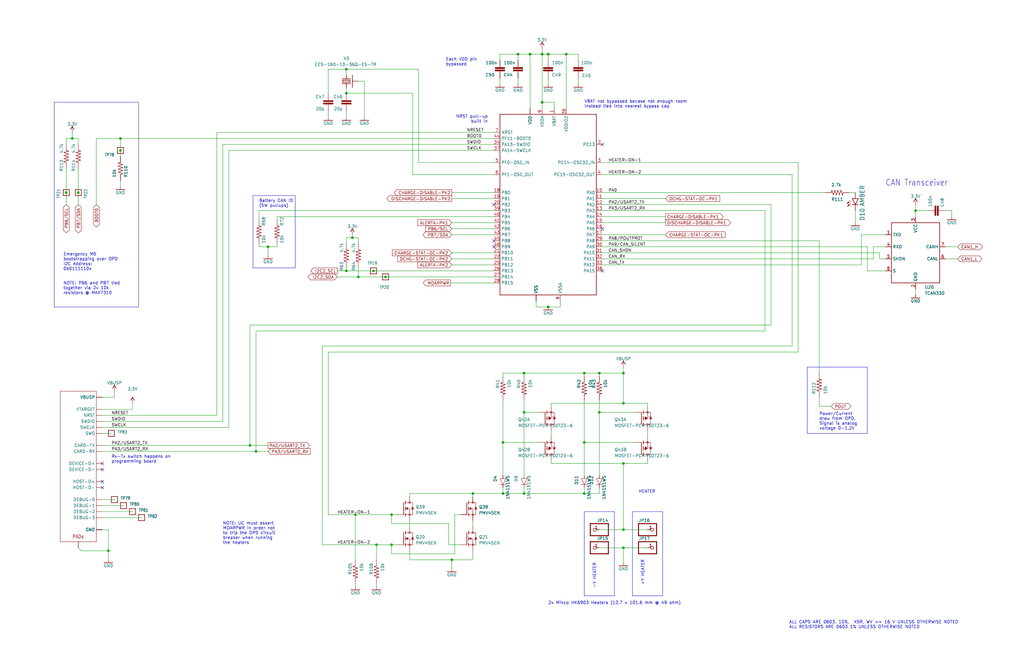
<source format=kicad_sch>
(kicad_sch (version 20230121) (generator eeschema)
  (paper "B")
  (title_block (title "OreSat Battery Card - Microcontroller") (date "2023-12-02") (rev "3.1"))
  (junction (at 220.98 173.99))
  (junction (at 149.86 217.17))
  (junction (at 231.14 129.54))
  (junction (at 246.38 157.48))
  (junction (at 262.89 223.52))
  (junction (at 228.6 22.86))
  (junction (at 190.5 236.22))
  (junction (at 262.89 231.14))
  (junction (at 218.44 22.86))
  (junction (at 107.95 190.5))
  (junction (at 246.38 186.69))
  (junction (at 151.13 116.84))
  (junction (at 45.72 232.41))
  (junction (at 212.09 208.28))
  (junction (at 146.05 114.3))
  (junction (at 146.05 39.37))
  (junction (at 162.56 116.84))
  (junction (at 27.94 81.28))
  (junction (at 386.08 88.9))
  (junction (at 220.98 208.28))
  (junction (at 30.48 58.42))
  (junction (at 158.75 229.87))
  (junction (at 231.14 22.86))
  (junction (at 165.1 217.17))
  (junction (at 146.05 29.21))
  (junction (at 223.52 22.86))
  (junction (at 252.73 157.48))
  (junction (at 238.76 22.86))
  (junction (at 252.73 173.99))
  (junction (at 33.02 81.28))
  (junction (at 262.89 195.58))
  (junction (at 105.41 187.96))
  (junction (at 199.39 208.28))
  (junction (at 228.6 43.18))
  (junction (at 262.89 157.48))
  (junction (at 262.89 170.18))
  (junction (at 50.8 63.5))
  (junction (at 157.48 114.3))
  (junction (at 50.8 58.42))
  (junction (at 148.59 100.33))
  (junction (at 246.38 208.28))
  (junction (at 165.1 229.87))
  (junction (at 212.09 186.69))
  (junction (at 113.03 104.14))
  (junction (at 220.98 157.48))
  (no_connect (at 43.18 195.58))
  (no_connect (at 43.18 203.2))
  (no_connect (at 254 96.52))
  (no_connect (at 43.18 205.74))
  (no_connect (at 208.28 104.14))
  (no_connect (at 208.28 101.6))
  (no_connect (at 208.28 86.36))
  (no_connect (at 254 114.3))
  (no_connect (at 43.18 198.12))
  (no_connect (at 254 60.96))
  (wire (pts (xy 109.22 102.87) (xy 109.22 104.14)) (stroke (width 0.1524)))
  (wire (pts (xy 149.86 217.17) (xy 165.1 217.17)) (stroke (width 0.1524)))
  (wire (pts (xy 199.39 219.71) (xy 199.39 222.25)) (stroke (width 0.1524)))
  (wire (pts (xy 165.1 233.68) (xy 165.1 229.87)) (stroke (width 0.1524)))
  (polyline (pts (xy 340.36 154.94) (xy 340.36 182.88)) (stroke (width 0.1524) (type solid)))
  (wire (pts (xy 228.6 43.18) (xy 228.6 22.86)) (stroke (width 0.1524)))
  (wire (pts (xy 252.73 208.28) (xy 252.73 205.74)) (stroke (width 0.1524)))
  (wire (pts (xy 252.73 157.48) (xy 262.89 157.48)) (stroke (width 0.1524)))
  (wire (pts (xy 322.58 139.7) (xy 107.95 139.7)) (stroke (width 0.1524)))
  (wire (pts (xy 210.82 33.02) (xy 210.82 35.56)) (stroke (width 0.1524)))
  (wire (pts (xy 226.06 129.54) (xy 231.14 129.54)) (stroke (width 0.1524)))
  (wire (pts (xy 365.76 114.3) (xy 373.38 114.3)) (stroke (width 0.1524)))
  (wire (pts (xy 218.44 22.86) (xy 223.52 22.86)) (stroke (width 0.1524)))
  (wire (pts (xy 96.52 63.5) (xy 208.28 63.5)) (stroke (width 0.1524)))
  (polyline (pts (xy 340.36 182.88) (xy 365.76 182.88)) (stroke (width 0.1524) (type solid)))
  (wire (pts (xy 138.43 49.53) (xy 138.43 46.99)) (stroke (width 0.1524)))
  (wire (pts (xy 199.39 209.55) (xy 199.39 208.28)) (stroke (width 0.1524)))
  (wire (pts (xy 153.67 49.53) (xy 153.67 34.29)) (stroke (width 0.1524)))
  (wire (pts (xy 43.18 210.82) (xy 48.26 210.82)) (stroke (width 0.1524)))
  (wire (pts (xy 153.67 34.29) (xy 151.13 34.29)) (stroke (width 0.1524)))
  (wire (pts (xy 176.53 68.58) (xy 176.53 29.21)) (stroke (width 0.1524)))
  (wire (pts (xy 325.12 86.36) (xy 325.12 137.16)) (stroke (width 0.1524)))
  (polyline (pts (xy 365.76 154.94) (xy 340.36 154.94)) (stroke (width 0.1524) (type solid)))
  (wire (pts (xy 254 88.9) (xy 322.58 88.9)) (stroke (width 0.1524)))
  (wire (pts (xy 358.14 81.28) (xy 360.68 81.28)) (stroke (width 0.1524)))
  (wire (pts (xy 220.98 173.99) (xy 220.98 168.91)) (stroke (width 0.1524)))
  (wire (pts (xy 365.76 104.14) (xy 365.76 114.3)) (stroke (width 0.1524)))
  (wire (pts (xy 55.88 172.72) (xy 55.88 170.18)) (stroke (width 0.1524)))
  (wire (pts (xy 262.89 170.18) (xy 273.05 170.18)) (stroke (width 0.1524)))
  (wire (pts (xy 252.73 158.75) (xy 252.73 157.48)) (stroke (width 0.1524)))
  (polyline (pts (xy 124.46 113.03) (xy 106.68 113.03)) (stroke (width 0.1524) (type solid)))
  (wire (pts (xy 27.94 81.28) (xy 27.94 71.12)) (stroke (width 0.1524)))
  (wire (pts (xy 109.22 88.9) (xy 109.22 92.71)) (stroke (width 0.1524)))
  (wire (pts (xy 208.28 96.52) (xy 190.5 96.52)) (stroke (width 0.1524)))
  (wire (pts (xy 116.84 92.71) (xy 116.84 91.44)) (stroke (width 0.1524)))
  (wire (pts (xy 262.89 223.52) (xy 273.05 223.52)) (stroke (width 0.1524)))
  (wire (pts (xy 223.52 22.86) (xy 228.6 22.86)) (stroke (width 0.1524)))
  (wire (pts (xy 386.08 124.46) (xy 386.08 121.92)) (stroke (width 0.1524)))
  (wire (pts (xy 208.28 109.22) (xy 190.5 109.22)) (stroke (width 0.1524)))
  (wire (pts (xy 236.22 129.54) (xy 236.22 127)) (stroke (width 0.1524)))
  (wire (pts (xy 167.64 217.17) (xy 165.1 217.17)) (stroke (width 0.1524)))
  (wire (pts (xy 135.89 146.05) (xy 135.89 229.87)) (stroke (width 0.1524)))
  (wire (pts (xy 158.75 229.87) (xy 158.75 236.22)) (stroke (width 0.1524)))
  (wire (pts (xy 232.41 170.18) (xy 262.89 170.18)) (stroke (width 0.1524)))
  (wire (pts (xy 172.72 236.22) (xy 172.72 232.41)) (stroke (width 0.1524)))
  (wire (pts (xy 360.68 88.9) (xy 360.68 93.98)) (stroke (width 0.1524)))
  (wire (pts (xy 228.6 22.86) (xy 228.6 20.32)) (stroke (width 0.1524)))
  (wire (pts (xy 107.95 139.7) (xy 107.95 190.5)) (stroke (width 0.1524)))
  (wire (pts (xy 151.13 100.33) (xy 151.13 102.87)) (stroke (width 0.1524)))
  (wire (pts (xy 398.78 104.14) (xy 403.86 104.14)) (stroke (width 0.1524)))
  (wire (pts (xy 363.22 99.06) (xy 363.22 111.76)) (stroke (width 0.1524)))
  (wire (pts (xy 146.05 100.33) (xy 148.59 100.33)) (stroke (width 0.1524)))
  (wire (pts (xy 262.89 157.48) (xy 262.89 154.94)) (stroke (width 0.1524)))
  (polyline (pts (xy 246.38 215.9) (xy 246.38 251.46)) (stroke (width 0.1524) (type solid)))
  (wire (pts (xy 370.84 109.22) (xy 370.84 106.68)) (stroke (width 0.1524)))
  (wire (pts (xy 262.89 170.18) (xy 262.89 157.48)) (stroke (width 0.1524)))
  (wire (pts (xy 158.75 247.65) (xy 158.75 246.38)) (stroke (width 0.1524)))
  (polyline (pts (xy 58.42 129.54) (xy 58.42 43.18)) (stroke (width 0.1524) (type solid)))
  (wire (pts (xy 190.5 236.22) (xy 172.72 236.22)) (stroke (width 0.1524)))
  (wire (pts (xy 262.89 231.14) (xy 273.05 231.14)) (stroke (width 0.1524)))
  (wire (pts (xy 336.55 68.58) (xy 336.55 148.59)) (stroke (width 0.1524)))
  (wire (pts (xy 246.38 205.74) (xy 246.38 208.28)) (stroke (width 0.1524)))
  (wire (pts (xy 190.5 237.49) (xy 190.5 240.03)))
  (wire (pts (xy 386.08 91.44) (xy 386.08 88.9)) (stroke (width 0.1524)))
  (wire (pts (xy 220.98 157.48) (xy 246.38 157.48)) (stroke (width 0.1524)))
  (wire (pts (xy 113.03 104.14) (xy 116.84 104.14)) (stroke (width 0.1524)))
  (wire (pts (xy 262.89 195.58) (xy 273.05 195.58)) (stroke (width 0.1524)))
  (polyline (pts (xy 58.42 43.18) (xy 22.86 43.18)) (stroke (width 0.1524) (type solid)))
  (wire (pts (xy 149.86 217.17) (xy 149.86 236.22)) (stroke (width 0.1524)))
  (polyline (pts (xy 259.08 251.46) (xy 259.08 215.9)) (stroke (width 0.1524) (type solid)))
  (wire (pts (xy 246.38 168.91) (xy 246.38 186.69)) (stroke (width 0.1524)))
  (wire (pts (xy 232.41 181.61) (xy 232.41 184.15)) (stroke (width 0.1524)))
  (wire (pts (xy 218.44 35.56) (xy 218.44 33.02)) (stroke (width 0.1524)))
  (wire (pts (xy 173.99 39.37) (xy 173.99 73.66)) (stroke (width 0.1524)))
  (polyline (pts (xy 22.86 43.18) (xy 22.86 129.54)) (stroke (width 0.1524) (type solid)))
  (wire (pts (xy 336.55 148.59) (xy 138.43 148.59)) (stroke (width 0.1524)))
  (polyline (pts (xy 22.86 129.54) (xy 58.42 129.54)) (stroke (width 0.1524) (type solid)))
  (wire (pts (xy 105.41 187.96) (xy 113.03 187.96)) (stroke (width 0.1524)))
  (wire (pts (xy 254 83.82) (xy 280.67 83.82)) (stroke (width 0.1524)))
  (wire (pts (xy 212.09 186.69) (xy 212.09 200.66)) (stroke (width 0.1524)))
  (wire (pts (xy 146.05 114.3) (xy 142.24 114.3)) (stroke (width 0.1524)))
  (wire (pts (xy 138.43 148.59) (xy 138.43 217.17)) (stroke (width 0.1524)))
  (wire (pts (xy 368.3 104.14) (xy 368.3 109.22)) (stroke (width 0.1524)))
  (polyline (pts (xy 266.7 215.9) (xy 266.7 251.46)) (stroke (width 0.1524) (type solid)))
  (wire (pts (xy 208.28 114.3) (xy 157.48 114.3)) (stroke (width 0.1524)))
  (wire (pts (xy 350.52 171.45) (xy 345.44 171.45)) (stroke (width 0.1524)))
  (wire (pts (xy 212.09 186.69) (xy 212.09 168.91)) (stroke (width 0.1524)))
  (wire (pts (xy 273.05 184.15) (xy 273.05 181.61)) (stroke (width 0.1524)))
  (wire (pts (xy 43.18 215.9) (xy 55.88 215.9)) (stroke (width 0.1524)))
  (wire (pts (xy 220.98 208.28) (xy 246.38 208.28)) (stroke (width 0.1524)))
  (wire (pts (xy 231.14 25.4) (xy 231.14 22.86)) (stroke (width 0.1524)))
  (wire (pts (xy 223.52 45.72) (xy 223.52 22.86)) (stroke (width 0.1524)))
  (wire (pts (xy 191.77 217.17) (xy 191.77 233.68)) (stroke (width 0.1524)))
  (wire (pts (xy 386.08 88.9) (xy 386.08 86.36)) (stroke (width 0.1524)))
  (wire (pts (xy 401.32 88.9) (xy 401.32 91.44)) (stroke (width 0.1524)))
  (wire (pts (xy 345.44 157.48) (xy 345.44 101.6)) (stroke (width 0.1524)))
  (wire (pts (xy 33.02 81.28) (xy 33.02 71.12)) (stroke (width 0.1524)))
  (wire (pts (xy 172.72 208.28) (xy 199.39 208.28)) (stroke (width 0.1524)))
  (wire (pts (xy 148.59 99.06) (xy 148.59 100.33)) (stroke (width 0.1524)))
  (wire (pts (xy 50.8 58.42) (xy 40.64 58.42)) (stroke (width 0.1524)))
  (wire (pts (xy 59.69 218.44) (xy 43.18 218.44)) (stroke (width 0.1524)))
  (wire (pts (xy 45.72 223.52) (xy 45.72 232.41)) (stroke (width 0.1524)))
  (wire (pts (xy 194.31 229.87) (xy 189.23 229.87)) (stroke (width 0.1524)))
  (wire (pts (xy 228.6 45.72) (xy 228.6 43.18)) (stroke (width 0.1524)))
  (wire (pts (xy 273.05 170.18) (xy 273.05 171.45)) (stroke (width 0.1524)))
  (wire (pts (xy 262.89 234.95) (xy 262.89 237.49)))
  (wire (pts (xy 246.38 208.28) (xy 252.73 208.28)) (stroke (width 0.1524)))
  (wire (pts (xy 43.18 223.52) (xy 45.72 223.52)) (stroke (width 0.1524)))
  (wire (pts (xy 267.97 173.99) (xy 252.73 173.99)) (stroke (width 0.1524)))
  (wire (pts (xy 325.12 137.16) (xy 105.41 137.16)) (stroke (width 0.1524)))
  (wire (pts (xy 30.48 58.42) (xy 30.48 55.88)) (stroke (width 0.1524)))
  (wire (pts (xy 157.48 114.3) (xy 146.05 114.3)) (stroke (width 0.1524)))
  (wire (pts (xy 146.05 102.87) (xy 146.05 100.33)) (stroke (width 0.1524)))
  (polyline (pts (xy 246.38 251.46) (xy 259.08 251.46)) (stroke (width 0.1524) (type solid)))
  (polyline (pts (xy 259.08 215.9) (xy 246.38 215.9)) (stroke (width 0.1524) (type solid)))
  (wire (pts (xy 33.02 58.42) (xy 33.02 60.96)) (stroke (width 0.1524)))
  (wire (pts (xy 262.89 195.58) (xy 262.89 223.52)) (stroke (width 0.1524)))
  (wire (pts (xy 208.28 88.9) (xy 109.22 88.9)) (stroke (width 0.1524)))
  (wire (pts (xy 370.84 106.68) (xy 254 106.68)) (stroke (width 0.1524)))
  (wire (pts (xy 190.5 237.49) (xy 190.5 236.22)) (stroke (width 0.1524)))
  (wire (pts (xy 254 111.76) (xy 363.22 111.76)) (stroke (width 0.1524)))
  (wire (pts (xy 151.13 116.84) (xy 142.24 116.84)) (stroke (width 0.1524)))
  (wire (pts (xy 173.99 39.37) (xy 146.05 39.37)) (stroke (width 0.1524)))
  (wire (pts (xy 254 73.66) (xy 334.01 73.66)) (stroke (width 0.1524)))
  (wire (pts (xy 27.94 60.96) (xy 27.94 58.42)) (stroke (width 0.1524)))
  (polyline (pts (xy 365.76 182.88) (xy 365.76 154.94)) (stroke (width 0.1524) (type solid)))
  (wire (pts (xy 172.72 209.55) (xy 172.72 208.28)) (stroke (width 0.1524)))
  (wire (pts (xy 27.94 86.36) (xy 27.94 81.28)) (stroke (width 0.1524)))
  (wire (pts (xy 208.28 116.84) (xy 162.56 116.84)) (stroke (width 0.1524)))
  (wire (pts (xy 373.38 109.22) (xy 370.84 109.22)) (stroke (width 0.1524)))
  (wire (pts (xy 243.84 22.86) (xy 243.84 25.4)) (stroke (width 0.1524)))
  (wire (pts (xy 246.38 157.48) (xy 252.73 157.48)) (stroke (width 0.1524)))
  (wire (pts (xy 113.03 104.14) (xy 113.03 107.95)) (stroke (width 0.1524)))
  (wire (pts (xy 165.1 229.87) (xy 167.64 229.87)) (stroke (width 0.1524)))
  (wire (pts (xy 254 99.06) (xy 280.67 99.06)) (stroke (width 0.1524)))
  (wire (pts (xy 212.09 157.48) (xy 212.09 158.75)) (stroke (width 0.1524)))
  (wire (pts (xy 151.13 113.03) (xy 151.13 116.84)) (stroke (width 0.1524)))
  (wire (pts (xy 43.18 167.64) (xy 48.26 167.64)) (stroke (width 0.1524)))
  (wire (pts (xy 116.84 91.44) (xy 208.28 91.44)) (stroke (width 0.1524)))
  (wire (pts (xy 91.44 55.88) (xy 91.44 175.26)) (stroke (width 0.1524)))
  (wire (pts (xy 138.43 217.17) (xy 149.86 217.17)) (stroke (width 0.1524)))
  (wire (pts (xy 220.98 158.75) (xy 220.98 157.48)) (stroke (width 0.1524)))
  (wire (pts (xy 254 93.98) (xy 280.67 93.98)) (stroke (width 0.1524)))
  (wire (pts (xy 165.1 229.87) (xy 158.75 229.87)) (stroke (width 0.1524)))
  (wire (pts (xy 148.59 100.33) (xy 151.13 100.33)) (stroke (width 0.1524)))
  (wire (pts (xy 232.41 171.45) (xy 232.41 170.18)) (stroke (width 0.1524)))
  (wire (pts (xy 138.43 29.21) (xy 146.05 29.21)) (stroke (width 0.1524)))
  (wire (pts (xy 50.8 76.2) (xy 50.8 78.74)) (stroke (width 0.1524)))
  (wire (pts (xy 45.72 232.41) (xy 45.72 233.68)) (stroke (width 0.1524)))
  (wire (pts (xy 273.05 195.58) (xy 273.05 194.31)) (stroke (width 0.1524)))
  (wire (pts (xy 254 86.36) (xy 325.12 86.36)) (stroke (width 0.1524)))
  (wire (pts (xy 212.09 205.74) (xy 212.09 208.28)) (stroke (width 0.1524)))
  (wire (pts (xy 218.44 25.4) (xy 218.44 22.86)) (stroke (width 0.1524)))
  (wire (pts (xy 43.18 175.26) (xy 91.44 175.26)) (stroke (width 0.1524)))
  (wire (pts (xy 233.68 43.18) (xy 228.6 43.18)) (stroke (width 0.1524)))
  (wire (pts (xy 220.98 205.74) (xy 220.98 208.28)) (stroke (width 0.1524)))
  (wire (pts (xy 373.38 104.14) (xy 368.3 104.14)) (stroke (width 0.1524)))
  (wire (pts (xy 107.95 190.5) (xy 43.18 190.5)) (stroke (width 0.1524)))
  (wire (pts (xy 93.98 177.8) (xy 93.98 60.96)) (stroke (width 0.1524)))
  (wire (pts (xy 172.72 219.71) (xy 172.72 222.25)) (stroke (width 0.1524)))
  (wire (pts (xy 27.94 58.42) (xy 30.48 58.42)) (stroke (width 0.1524)))
  (wire (pts (xy 262.89 234.95) (xy 262.89 231.14)) (stroke (width 0.1524)))
  (wire (pts (xy 208.28 68.58) (xy 176.53 68.58)) (stroke (width 0.1524)))
  (wire (pts (xy 146.05 39.37) (xy 146.05 36.83)) (stroke (width 0.1524)))
  (wire (pts (xy 146.05 49.53) (xy 146.05 46.99)) (stroke (width 0.1524)))
  (wire (pts (xy 46.99 182.88) (xy 43.18 182.88)) (stroke (width 0.1524)))
  (wire (pts (xy 208.28 99.06) (xy 190.5 99.06)) (stroke (width 0.1524)))
  (wire (pts (xy 107.95 190.5) (xy 113.03 190.5)) (stroke (width 0.1524)))
  (wire (pts (xy 227.33 173.99) (xy 220.98 173.99)) (stroke (width 0.1524)))
  (wire (pts (xy 93.98 60.96) (xy 208.28 60.96)) (stroke (width 0.1524)))
  (wire (pts (xy 210.82 25.4) (xy 210.82 22.86)) (stroke (width 0.1524)))
  (wire (pts (xy 199.39 232.41) (xy 199.39 236.22)) (stroke (width 0.1524)))
  (wire (pts (xy 48.26 167.64) (xy 48.26 165.1)) (stroke (width 0.1524)))
  (wire (pts (xy 30.48 58.42) (xy 33.02 58.42)) (stroke (width 0.1524)))
  (wire (pts (xy 398.78 109.22) (xy 403.86 109.22)) (stroke (width 0.1524)))
  (wire (pts (xy 208.28 58.42) (xy 50.8 58.42)) (stroke (width 0.1524)))
  (wire (pts (xy 254 81.28) (xy 347.98 81.28)) (stroke (width 0.1524)))
  (wire (pts (xy 199.39 236.22) (xy 190.5 236.22)) (stroke (width 0.1524)))
  (wire (pts (xy 93.98 177.8) (xy 43.18 177.8)) (stroke (width 0.1524)))
  (wire (pts (xy 246.38 158.75) (xy 246.38 157.48)) (stroke (width 0.1524)))
  (wire (pts (xy 40.64 58.42) (xy 40.64 86.36)) (stroke (width 0.1524)))
  (wire (pts (xy 135.89 229.87) (xy 158.75 229.87)) (stroke (width 0.1524)))
  (wire (pts (xy 165.1 233.68) (xy 191.77 233.68)) (stroke (width 0.1524)))
  (wire (pts (xy 368.3 109.22) (xy 254 109.22)) (stroke (width 0.1524)))
  (wire (pts (xy 208.28 111.76) (xy 190.5 111.76)) (stroke (width 0.1524)))
  (polyline (pts (xy 106.68 113.03) (xy 106.68 82.55)) (stroke (width 0.1524) (type solid)))
  (wire (pts (xy 252.73 173.99) (xy 252.73 168.91)) (stroke (width 0.1524)))
  (polyline (pts (xy 266.7 251.46) (xy 279.4 251.46)) (stroke (width 0.1524) (type solid)))
  (polyline (pts (xy 106.68 82.55) (xy 124.46 82.55)) (stroke (width 0.1524) (type solid)))
  (polyline (pts (xy 279.4 215.9) (xy 266.7 215.9)) (stroke (width 0.1524) (type solid)))
  (wire (pts (xy 96.52 180.34) (xy 43.18 180.34)) (stroke (width 0.1524)))
  (wire (pts (xy 226.06 129.54) (xy 226.06 127)) (stroke (width 0.1524)))
  (wire (pts (xy 345.44 101.6) (xy 254 101.6)) (stroke (width 0.1524)))
  (wire (pts (xy 227.33 186.69) (xy 212.09 186.69)) (stroke (width 0.1524)))
  (wire (pts (xy 231.14 22.86) (xy 228.6 22.86)) (stroke (width 0.1524)))
  (wire (pts (xy 334.01 73.66) (xy 334.01 146.05)) (stroke (width 0.1524)))
  (wire (pts (xy 96.52 180.34) (xy 96.52 63.5)) (stroke (width 0.1524)))
  (wire (pts (xy 208.28 106.68) (xy 190.5 106.68)) (stroke (width 0.1524)))
  (wire (pts (xy 212.09 208.28) (xy 220.98 208.28)) (stroke (width 0.1524)))
  (wire (pts (xy 254 91.44) (xy 280.67 91.44)) (stroke (width 0.1524)))
  (wire (pts (xy 238.76 22.86) (xy 231.14 22.86)) (stroke (width 0.1524)))
  (wire (pts (xy 398.78 88.9) (xy 401.32 88.9)) (stroke (width 0.1524)))
  (wire (pts (xy 105.41 137.16) (xy 105.41 187.96)) (stroke (width 0.1524)))
  (wire (pts (xy 208.28 93.98) (xy 190.5 93.98)) (stroke (width 0.1524)))
  (wire (pts (xy 252.73 231.14) (xy 262.89 231.14)) (stroke (width 0.1524)))
  (wire (pts (xy 34.29 232.41) (xy 45.72 232.41)) (stroke (width 0.1524)))
  (wire (pts (xy 116.84 104.14) (xy 116.84 102.87)) (stroke (width 0.1524)))
  (wire (pts (xy 233.68 45.72) (xy 233.68 43.18)) (stroke (width 0.1524)))
  (wire (pts (xy 176.53 29.21) (xy 146.05 29.21)) (stroke (width 0.1524)))
  (wire (pts (xy 210.82 22.86) (xy 218.44 22.86)) (stroke (width 0.1524)))
  (wire (pts (xy 91.44 55.88) (xy 208.28 55.88)) (stroke (width 0.1524)))
  (wire (pts (xy 162.56 116.84) (xy 151.13 116.84)) (stroke (width 0.1524)))
  (wire (pts (xy 373.38 99.06) (xy 363.22 99.06)) (stroke (width 0.1524)))
  (wire (pts (xy 52.07 213.36) (xy 43.18 213.36)) (stroke (width 0.1524)))
  (wire (pts (xy 208.28 83.82) (xy 190.5 83.82)) (stroke (width 0.1524)))
  (wire (pts (xy 334.01 146.05) (xy 135.89 146.05)) (stroke (width 0.1524)))
  (wire (pts (xy 220.98 157.48) (xy 212.09 157.48)) (stroke (width 0.1524)))
  (wire (pts (xy 231.14 33.02) (xy 231.14 35.56)) (stroke (width 0.1524)))
  (polyline (pts (xy 279.4 251.46) (xy 279.4 215.9)) (stroke (width 0.1524) (type solid)))
  (wire (pts (xy 33.02 86.36) (xy 33.02 81.28)) (stroke (width 0.1524)))
  (wire (pts (xy 109.22 104.14) (xy 113.03 104.14)) (stroke (width 0.1524)))
  (wire (pts (xy 232.41 195.58) (xy 262.89 195.58)) (stroke (width 0.1524)))
  (wire (pts (xy 45.72 233.68) (xy 45.72 236.22)))
  (wire (pts (xy 208.28 81.28) (xy 190.5 81.28)) (stroke (width 0.1524)))
  (wire (pts (xy 146.05 113.03) (xy 146.05 114.3)) (stroke (width 0.1524)))
  (wire (pts (xy 386.08 88.9) (xy 391.16 88.9)) (stroke (width 0.1524)))
  (wire (pts (xy 43.18 172.72) (xy 55.88 172.72)) (stroke (width 0.1524)))
  (wire (pts (xy 252.73 173.99) (xy 252.73 200.66)) (stroke (width 0.1524)))
  (wire (pts (xy 33.02 231.14) (xy 34.29 232.41)) (stroke (width 0.1524)))
  (wire (pts (xy 254 68.58) (xy 336.55 68.58)) (stroke (width 0.1524)))
  (wire (pts (xy 220.98 173.99) (xy 220.98 200.66)) (stroke (width 0.1524)))
  (wire (pts (xy 254 104.14) (xy 365.76 104.14)) (stroke (width 0.1524)))
  (wire (pts (xy 246.38 186.69) (xy 267.97 186.69)) (stroke (width 0.1524)))
  (wire (pts (xy 232.41 194.31) (xy 232.41 195.58)) (stroke (width 0.1524)))
  (wire (pts (xy 322.58 88.9) (xy 322.58 139.7)) (stroke (width 0.1524)))
  (wire (pts (xy 149.86 247.65) (xy 149.86 246.38)) (stroke (width 0.1524)))
  (wire (pts (xy 208.28 73.66) (xy 173.99 73.66)) (stroke (width 0.1524)))
  (wire (pts (xy 345.44 171.45) (xy 345.44 167.64)) (stroke (width 0.1524)))
  (wire (pts (xy 105.41 187.96) (xy 43.18 187.96)) (stroke (width 0.1524)))
  (wire (pts (xy 238.76 22.86) (xy 243.84 22.86)) (stroke (width 0.1524)))
  (wire (pts (xy 199.39 208.28) (xy 212.09 208.28)) (stroke (width 0.1524)))
  (wire (pts (xy 246.38 200.66) (xy 246.38 186.69)) (stroke (width 0.1524)))
  (wire (pts (xy 194.31 217.17) (xy 191.77 217.17)) (stroke (width 0.1524)))
  (wire (pts (xy 50.8 63.5) (xy 50.8 58.42)) (stroke (width 0.1524)))
  (wire (pts (xy 243.84 35.56) (xy 243.84 33.02)) (stroke (width 0.1524)))
  (wire (pts (xy 252.73 223.52) (xy 262.89 223.52)) (stroke (width 0.1524)))
  (wire (pts (xy 50.8 66.04) (xy 50.8 63.5)) (stroke (width 0.1524)))
  (wire (pts (xy 165.1 220.98) (xy 165.1 217.17)) (stroke (width 0.1524)))
  (wire (pts (xy 138.43 39.37) (xy 138.43 29.21)) (stroke (width 0.1524)))
  (wire (pts (xy 238.76 22.86) (xy 238.76 45.72)) (stroke (width 0.1524)))
  (polyline (pts (xy 124.46 82.55) (xy 124.46 113.03)) (stroke (width 0.1524) (type solid)))
  (wire (pts (xy 231.14 129.54) (xy 236.22 129.54)) (stroke (width 0.1524)))
  (wire (pts (xy 189.992 119.38) (xy 208.28 119.38)) (stroke (width 0.1524)))
  (wire (pts (xy 189.23 229.87) (xy 189.23 220.98)) (stroke (width 0.1524)))
  (wire (pts (xy 165.1 220.98) (xy 189.23 220.98)) (stroke (width 0.1524)))
  (wire (pts (xy 146.05 29.21) (xy 146.05 31.75)) (stroke (width 0.1524)))
  (text "Emergency M0\nbootstrapping over OPD\nI2C Address:\n0b0111110x" (at 26.67 114.3 0) (effects (font (size 1.27 1.27)) (justify left bottom)))
  (text "ALL CAPS ARE 0603, 10%,  X5R, WV >= 16 V UNLESS OTHERWISE NOTED\nALL RESISTORS ARE 0603 1% UNLESS OTHERWISE NOTED" (at 332.74 265.43 0) (effects (font (size 1.27 1.27)) (justify left bottom)))
  (text "Battery CAN ID\n(SW pullups~{})" (at 109.22 87.63 0) (effects (font (size 1.27 1.27)) (justify left bottom)))
  (text "2x Minco HK6903 Heaters (12.7 x 101.6 mm @ 49 ohm)" (at 231.14 255.27 0) (effects (font (size 1.27 1.27)) (justify left bottom)))
  (text "HEATER" (at 269.24 208.28 0) (effects (font (size 1.27 1.27)) (justify left bottom)))
  (text "NRST pull-up\nbuilt in" (at 205.74 52.07 0) (effects (font (size 1.27 1.27)) (justify right bottom)))
  (text "Each VDD pin\nbypassed" (at 187.96 27.94 0) (effects (font (size 1.27 1.27)) (justify left bottom)))
  (text "Rx-Tx switch happens on\nprogramming board" (at 46.99 195.58 0) (effects (font (size 1.27 1.27)) (justify left bottom)))
  (text "VBAT not bypassed becase not enough room\ninstead tied into nearest bypass cap" (at 246.38 45.72 0) (effects (font (size 1.27 1.27)) (justify left bottom)))
  (text "NOTE: PB6 and PB7 tied\ntogether via 2x 10k\nresistors @ MAX7310~{}" (at 26.67 124.46 0) (effects (font (size 1.27 1.27)) (justify left bottom)))
  (text "Power/Current\ndraw from OPD.\nSignal is analog\nvoltage 0-1.2V" (at 345.44 181.61 0) (effects (font (size 1.27 1.27)) (justify left bottom)))
  (text "+Y HEATER" (at 271.78 236.22 90) (effects (font (size 1.27 1.27)) (justify right bottom)))
  (text "NOTE: UC must assert\nMOARPWR in order not\nto trip the OPD circuit\nbreaker when running\nthe heaters~{}" (at 93.98 229.87 0) (effects (font (size 1.27 1.27)) (justify left bottom)))
  (text "-Y HEATER" (at 251.46 237.49 90) (effects (font (size 1.27 1.27)) (justify right bottom)))
  (text "CAN Transceiver" (at 373.38 78.74 0) (effects (font (size 2.54 2.159)) (justify left bottom)))
  (label "PA3/USART2_RX" (at 46.99 190.5 0))
  (label "HEATER-ON-1" (at 256.54 68.58 0) (effects (font (size 1.2446 1.2446))))
  (label "SWCLK" (at 196.85 63.5 0) (effects (font (size 1.2446 1.2446))))
  (label "BOOT0" (at 196.85 58.42 0))
  (label "PA8/POUTPROT" (at 256.54 101.6 0) (effects (font (size 1.2446 1.2446))))
  (label "HEATER-ON-2" (at 142.24 229.87 0) (effects (font (size 1.2446 1.2446))))
  (label "CAN_TX" (at 256.54 111.76 0) (effects (font (size 1.2446 1.2446))))
  (label "NRESET" (at 46.99 175.26 0) (effects (font (size 1.2446 1.2446))))
  (label "SWDIO" (at 196.85 60.96 0) (effects (font (size 1.2446 1.2446))))
  (label "HEATER-ON-1" (at 142.24 217.17 0) (effects (font (size 1.2446 1.2446))))
  (label "CAN_RX" (at 256.54 109.22 0) (effects (font (size 1.2446 1.2446))))
  (label "CAN_SHDN" (at 256.54 106.68 0) (effects (font (size 1.2446 1.2446))))
  (label "NRESET" (at 196.85 55.88 0) (effects (font (size 1.2446 1.2446))))
  (label "HEATER-ON-2" (at 256.54 73.66 0) (effects (font (size 1.2446 1.2446))))
  (label "PA2/USART2_TX" (at 256.54 86.36 0))
  (label "PA0" (at 256.54 81.28 0) (effects (font (size 1.2446 1.2446))))
  (label "SWDIO" (at 46.99 177.8 0) (effects (font (size 1.2446 1.2446))))
  (label "SWCLK" (at 46.99 180.34 0) (effects (font (size 1.2446 1.2446))))
  (label "PA3/USART2_RX" (at 256.54 88.9 0))
  (label "PA9/CAN_SILENT" (at 256.54 104.14 0) (effects (font (size 1.2446 1.2446))))
  (label "PA2/USART2_TX" (at 46.99 187.96 0))
  (global_label "PB7{slash}SDA" (shape bidirectional) (at 190.5 99.06 180) (property "Intersheetrefs" "${INTERSHEET_REFS}" (at 177.7554 99.06 0) (effects (justify right))))
  (global_label "DISCHARGE-DISABLE-PK2" (shape output) (at 190.5 83.82 180) (property "Intersheetrefs" "${INTERSHEET_REFS}" (at 162.5381 83.82 0) (effects (justify right))))
  (global_label "CHARGE-STAT-OC-PK2" (shape input) (at 190.5 106.68 180) (property "Intersheetrefs" "${INTERSHEET_REFS}" (at 161.0262 106.68 0) (effects (justify right))))
  (global_label "DISCHARGE-DISABLE-PK1" (shape output) (at 280.67 93.98 0) (property "Intersheetrefs" "${INTERSHEET_REFS}" (at 308.6319 93.98 0) (effects (justify left))))
  (global_label "DCHG-STAT-OC-PK1" (shape input) (at 280.67 83.82 0) (property "Intersheetrefs" "${INTERSHEET_REFS}" (at 304.0962 83.82 0) (effects (justify left))))
  (global_label "BOOT0" (shape bidirectional) (at 40.64 86.36 270) (effects (font (size 1.2446 1.2446))) (property "Intersheetrefs" "${INTERSHEET_REFS}" (at 40.64 96.3602 90) (effects (justify right))))
  (global_label "CHARGE-DISABLE-PK1" (shape output) (at 280.67 91.44 0) (property "Intersheetrefs" "${INTERSHEET_REFS}" (at 305.5476 91.44 0) (effects (justify left))))
  (global_label "CHARGE-DISABLE-PK2" (shape output) (at 190.5 81.28 180) (property "Intersheetrefs" "${INTERSHEET_REFS}" (at 165.6224 81.28 0) (effects (justify right))))
  (global_label "ALERTA-PK2" (shape input) (at 190.5 111.76 180) (property "Intersheetrefs" "${INTERSHEET_REFS}" (at 175.601 111.76 0) (effects (justify right))))
  (global_label "PA3{slash}USART2_RX" (shape input) (at 113.03 190.5 0) (property "Intersheetrefs" "${INTERSHEET_REFS}" (at 131.4366 190.5 0) (effects (justify left))))
  (global_label "CHARGE-STAT-OC-PK1" (shape input) (at 280.67 99.06 0) (property "Intersheetrefs" "${INTERSHEET_REFS}" (at 306.3338 99.06 0) (effects (justify left))))
  (global_label "ALERTA-PK1" (shape input) (at 190.5 93.98 180) (property "Intersheetrefs" "${INTERSHEET_REFS}" (at 175.601 93.98 0) (effects (justify right))))
  (global_label "DCHG-STAT-OC-PK2" (shape input) (at 190.5 109.22 180) (property "Intersheetrefs" "${INTERSHEET_REFS}" (at 163.2638 109.22 0) (effects (justify right))))
  (global_label "PB6/SCL" (shape bidirectional) (at 27.94 86.36 270) (effects (font (size 1.2446 1.2446))) (property "Intersheetrefs" "${INTERSHEET_REFS}" (at 27.94 98.79 90) (effects (justify right))))
  (global_label "PA2{slash}USART2_TX" (shape output) (at 113.03 187.96 0) (property "Intersheetrefs" "${INTERSHEET_REFS}" (at 131.1342 187.96 0) (effects (justify left))))
  (global_label "CAN1_H" (shape bidirectional) (at 403.86 104.14 0) (effects (font (size 1.2446 1.2446))) (property "Intersheetrefs" "${INTERSHEET_REFS}" (at 414.927 104.14 0) (effects (justify left))))
  (global_label "PB7/SDA" (shape bidirectional) (at 33.02 86.36 270) (effects (font (size 1.2446 1.2446))) (property "Intersheetrefs" "${INTERSHEET_REFS}" (at 33.02 98.8493 90) (effects (justify right))))
  (global_label "CAN1_L" (shape bidirectional) (at 403.86 109.22 0) (effects (font (size 1.2446 1.2446))) (property "Intersheetrefs" "${INTERSHEET_REFS}" (at 414.6306 109.22 0) (effects (justify left))))
  (global_label "MOARPWR" (shape output) (at 189.992 119.38 180) (property "Intersheetrefs" "${INTERSHEET_REFS}" (at 177.8749 119.38 0) (effects (justify right))))
  (global_label "PB6{slash}SCL" (shape input) (at 190.5 96.52 180) (property "Intersheetrefs" "${INTERSHEET_REFS}" (at 178.9272 96.52 0) (effects (justify right))))
  (global_label "I2C2_SDA" (shape bidirectional) (at 142.24 116.84 180) (property "Intersheetrefs" "${INTERSHEET_REFS}" (at 129.314 116.84 0) (effects (justify right))))
  (global_label "I2C2_SCL" (shape output) (at 142.24 114.3 180) (property "Intersheetrefs" "${INTERSHEET_REFS}" (at 130.4858 114.3 0) (effects (justify right))))
  (global_label "POUT" (shape bidirectional) (at 350.52 171.45 0) (effects (font (size 1.2446 1.2446))) (property "Intersheetrefs" "${INTERSHEET_REFS}" (at 359.3349 171.45 0) (effects (justify left))))
  (symbol (lib_id "oresat-batteries-eagle-import:N-MOSFET-SOT-23-3") (at 196.85 227.33 0) (unit 1)
    (property "Reference" "Q21" (at 201.93 227.33 0) (effects (justify left bottom)))
    (property "Value" "PMV45EN" (at 201.93 229.87 0) (effects (justify left bottom)))
    (property "Footprint" "oresat-batteries:SOT23-3" (effects hide))
  )
  (symbol (lib_id "oresat-batteries-eagle-import:C-EU0603-C-NOSILK") (at 231.14 30.48 0) (mirror x) (unit 1)
    (property "Reference" "C49" (at 232.664 30.861 0) (effects (justify left bottom)))
    (property "Value" "100n" (at 232.664 25.781 0) (effects (justify left bottom)))
    (property "Footprint" "oresat-batteries:.0603-C-NOSILK" (effects hide))
    (property "DIS" "Digi-Key" (effects hide))
    (property "DPN" "399-1099-1-ND" (effects hide))
    (property "MFR" "Samsung" (effects hide))
    (property "MPN" "C0603C104M4RACTU" (effects hide))
  )
  (symbol (lib_id "oresat-batteries-eagle-import:R-US_0603-C-NOSILK") (at 353.06 81.28 180) (unit 1)
    (property "Reference" "R111" (at 350.52 84.8614 0) (effects (justify right top)))
    (property "Value" "2.7k" (at 350.52 78.74 0) (effects (justify right top)))
    (property "Footprint" "oresat-batteries:.0603-C-NOSILK" (effects hide))
    (property "DIS" "Digi-Key" (effects hide))
    (property "DPN" "A129693CT-ND" (effects hide))
    (property "MFR" "TE" (effects hide))
    (property "MPN" "CRGCQ0603F2K7" (effects hide))
  )
  (symbol (lib_id "oresat-diodes:1N4151WS-HE3") (at 252.73 203.2 90) (mirror x) (unit 1)
    (property "Reference" "D12" (at 250.19 200.66 0) (effects (justify left bottom)))
    (property "Value" "1N4151WS" (at 254 210.82 0) (effects (justify right top)))
    (property "Footprint" "Diode_SMD:D_SOD-323" (effects hide))
    (property "Datasheet" "https://www.vishay.com/docs/85847/1n4151ws.pdf" (effects hide))
  )
  (symbol (lib_id "oresat-batteries-eagle-import:Q-MOSFET-PCH-dual-SOT23-6_MOSFET-PCH-SOT23-6") (at 229.87 189.23 0) (unit 2)
    (property "Reference" "Q42" (at 218.44 190.5 0) (effects (justify left bottom)))
    (property "Value" "MOSFET-PCH-SOT23-6" (at 218.44 193.04 0) (effects (justify left bottom)))
    (property "Footprint" "oresat-batteries:SOT23-6" (effects hide))
  )
  (symbol (lib_id "oresat-batteries-eagle-import:3.3V") (at 228.6 20.32 0) (mirror y) (unit 1)
    (property "Reference" "#SUPPLY011" (effects hide))
    (property "Value" "3.3V" (at 228.6 17.526 0) (effects (justify bottom)))
  )
  (symbol (lib_id "oresat-batteries-eagle-import:ORESAT-DEBUG-CONNECTOR-ALL") (at 33.02 195.58 0) (unit 1)
    (property "Reference" "J4" (effects hide))
    (property "Value" "ORESAT-DEBUG-CONNECTOR-ALL" (effects hide))
    (property "Footprint" "oresat-batteries:TE_2-1734592-0" (effects hide))
    (property "DIS" "Digi-Key" (effects hide))
    (property "DPN" "A100287CT-ND" (effects hide))
    (property "MFR" "TE" (effects hide))
    (property "MPN" "2-1734592-0" (effects hide))
  )
  (symbol (lib_id "oresat-batteries-eagle-import:N-MOSFET-SOT-23-3") (at 170.18 227.33 0) (unit 1)
    (property "Reference" "Q20" (at 175.26 227.33 0) (effects (justify left bottom)))
    (property "Value" "PMV45EN" (at 175.26 229.87 0) (effects (justify left bottom)))
    (property "Footprint" "oresat-batteries:SOT23-3" (effects hide))
  )
  (symbol (lib_id "oresat-batteries-eagle-import:TEST-POINT-LARGE-SQUARE") (at 52.07 213.36 0) (mirror x) (unit 1)
    (property "Reference" "TP80" (at 54.61 212.09 0) (effects (font (size 1.27 1.0795)) (justify left bottom)))
    (property "Value" "TEST-POINT-LARGE-SQUARE" (effects hide))
    (property "Footprint" "oresat-batteries:1X01" (effects hide))
  )
  (symbol (lib_id "oresat-power:GND") (at 401.32 91.44 0) (mirror y) (unit 1)
    (property "Reference" "#GND092" (effects hide))
    (property "Value" "GND" (at 401.32 93.98 0))
  )
  (symbol (lib_id "oresat-batteries-eagle-import:R-US_0603-C-NOSILK") (at 50.8 71.12 270) (mirror x) (unit 1)
    (property "Reference" "R110" (at 52.2986 74.93 0) (effects (justify left bottom)))
    (property "Value" "10k" (at 47.498 74.93 0) (effects (justify left bottom)))
    (property "Footprint" "oresat-batteries:.0603-C-NOSILK" (effects hide))
    (property "DIS" "Digi-Key" (effects hide))
    (property "DPN" "311-10.0KHRCT-ND" (effects hide))
    (property "MFR" "Yageo" (effects hide))
    (property "MPN" "RC0603FR-0710KL" (effects hide))
  )
  (symbol (lib_id "oresat-batteries-eagle-import:N-MOSFET-SOT-23-3") (at 196.85 214.63 0) (unit 1)
    (property "Reference" "Q38" (at 201.93 214.63 0) (effects (justify left bottom)))
    (property "Value" "PMV45EN" (at 201.93 217.17 0) (effects (justify left bottom)))
    (property "Footprint" "oresat-batteries:SOT23-3" (effects hide))
  )
  (symbol (lib_id "oresat-batteries-eagle-import:TEST-POINT-LARGE-SQUARE") (at 162.56 116.84 0) (mirror y) (unit 1)
    (property "Reference" "TP20" (at 160.02 121.92 0) (effects (font (size 1.27 1.0795)) (justify right bottom)))
    (property "Value" "TEST-POINT-LARGE-SQUARE" (effects hide))
    (property "Footprint" "oresat-batteries:1X01" (effects hide))
  )
  (symbol (lib_id "oresat-batteries-eagle-import:C-EU0603-C-NOSILK") (at 396.24 88.9 270) (mirror x) (unit 1)
    (property "Reference" "C48" (at 396.621 87.376 0) (effects (justify left bottom)))
    (property "Value" "100n" (at 391.541 87.376 0) (effects (justify left bottom)))
    (property "Footprint" "oresat-batteries:.0603-C-NOSILK" (effects hide))
    (property "DIS" "Digi-Key" (effects hide))
    (property "DPN" "399-1099-1-ND" (effects hide))
    (property "MFR" "Samsung" (effects hide))
    (property "MPN" "C0603C104M4RACTU" (effects hide))
  )
  (symbol (lib_id "oresat-power:GND") (at 243.84 35.56 0) (unit 1)
    (property "Reference" "#GND096" (effects hide))
    (property "Value" "GND" (at 243.84 38.1 0))
  )
  (symbol (lib_id "oresat-power:GND") (at 386.08 124.46 0) (mirror y) (unit 1)
    (property "Reference" "#GND093" (effects hide))
    (property "Value" "GND" (at 386.08 127 0))
  )
  (symbol (lib_id "oresat-batteries-eagle-import:C-EU0603-C-NOSILK") (at 210.82 30.48 0) (mirror x) (unit 1)
    (property "Reference" "C50" (at 204.724 30.861 0) (effects (justify left bottom)))
    (property "Value" "100n" (at 204.724 25.781 0) (effects (justify left bottom)))
    (property "Footprint" "oresat-batteries:.0603-C-NOSILK" (effects hide))
    (property "DIS" "Digi-Key" (effects hide))
    (property "DPN" "399-1099-1-ND" (effects hide))
    (property "MFR" "Samsung" (effects hide))
    (property "MPN" "C0603C104M4RACTU" (effects hide))
  )
  (symbol (lib_id "oresat-batteries-eagle-import:PINHD-1X1") (at 275.59 231.14 0) (unit 1)
    (property "Reference" "JP17" (at 269.24 227.965 0) (effects (justify left bottom)))
    (property "Value" "PINHD-1X1" (effects hide))
    (property "Footprint" "oresat-batteries:1X01" (effects hide))
  )
  (symbol (lib_id "oresat-batteries-eagle-import:STM32F091C") (at 231.14 86.36 0) (mirror y) (unit 1)
    (property "Reference" "U21" (effects hide))
    (property "Value" "STM32F091C" (effects hide))
    (property "Footprint" "oresat-batteries:STM32F091C" (effects hide))
    (property "DIS" "Digi-Key" (effects hide))
    (property "DPN" "497-17364-ND" (effects hide))
    (property "MFR" "STMicroelectronics" (effects hide))
    (property "MPN" "STM32F091CBT6" (effects hide))
  )
  (symbol (lib_id "oresat-batteries-eagle-import:R-US_0603-C-NOSILK") (at 146.05 107.95 90) (unit 1)
    (property "Reference" "R63" (at 144.78 114.3 0) (effects (justify left bottom)))
    (property "Value" "4.7k" (at 144.78 106.68 0) (effects (justify left bottom)))
    (property "Footprint" "oresat-batteries:.0603-C-NOSILK" (effects hide))
    (property "DIS" "Digi-Key" (effects hide))
    (property "DPN" "RR08P4.7KDCT-ND" (effects hide))
    (property "MFR" "TE Connectivity" (effects hide))
    (property "MPN" "RR0816P-472-D" (effects hide))
  )
  (symbol (lib_id "oresat-power:GND") (at 113.03 107.95 0) (mirror y) (unit 1)
    (property "Reference" "#GND030" (effects hide))
    (property "Value" "GND" (at 113.03 110.49 0))
  )
  (symbol (lib_id "oresat-batteries-eagle-import:TEST-POINT-LARGE-SQUARE") (at 27.94 81.28 0) (mirror y) (unit 1)
    (property "Reference" "TP21" (at 25.4 83.82 90) (effects (font (size 1.27 1.0795)) (justify left top)))
    (property "Value" "TEST-POINT-LARGE-SQUARE" (effects hide))
    (property "Footprint" "oresat-batteries:1X01" (effects hide))
  )
  (symbol (lib_id "oresat-batteries-eagle-import:R-US_0603-C-NOSILK") (at 252.73 163.83 90) (mirror x) (unit 1)
    (property "Reference" "R43" (at 251.2314 160.02 0) (effects (justify left bottom)))
    (property "Value" "10k" (at 256.032 160.02 0) (effects (justify left bottom)))
    (property "Footprint" "oresat-batteries:.0603-C-NOSILK" (effects hide))
    (property "DIS" "Digi-Key" (effects hide))
    (property "DPN" "311-10.0KHRCT-ND" (effects hide))
    (property "MFR" "Yageo" (effects hide))
    (property "MPN" "RC0603FR-0710KL" (effects hide))
  )
  (symbol (lib_id "oresat-batteries-eagle-import:PINHD-1X1") (at 250.19 223.52 0) (mirror y) (unit 1)
    (property "Reference" "JP14" (at 256.54 220.345 0) (effects (justify left bottom)))
    (property "Value" "PINHD-1X1" (effects hide))
    (property "Footprint" "oresat-batteries:1X01" (effects hide))
  )
  (symbol (lib_id "oresat-power:GND") (at 153.67 49.53 0) (mirror y) (unit 1)
    (property "Reference" "#GND089" (effects hide))
    (property "Value" "GND" (at 153.67 52.07 0))
  )
  (symbol (lib_id "oresat-batteries-eagle-import:R-US_0603-C-NOSILK") (at 109.22 97.79 270) (unit 1)
    (property "Reference" "R68" (at 110.49 91.44 0) (effects (justify left bottom)))
    (property "Value" "10k" (at 110.49 99.06 0) (effects (justify left bottom)))
    (property "Footprint" "oresat-batteries:.0603-C-NOSILK" (effects hide))
    (property "DIS" "Digi-Key" (effects hide))
    (property "DPN" "RR08P4.7KDCT-ND" (effects hide))
    (property "MFR" "TE Connectivity" (effects hide))
    (property "MPN" "RR0816P-472-D" (effects hide))
  )
  (symbol (lib_id "oresat-batteries-eagle-import:C-EU0603-C-NOSILK") (at 138.43 41.91 0) (mirror y) (unit 1)
    (property "Reference" "C47" (at 136.906 41.529 0) (effects (justify left bottom)))
    (property "Value" "20p" (at 136.906 46.609 0) (effects (justify left bottom)))
    (property "Footprint" "oresat-batteries:.0603-C-NOSILK" (effects hide))
    (property "DIS" "Digi-Key" (effects hide))
    (property "DPN" "311-1424-1-ND" (effects hide))
    (property "MFR" "Yageo" (effects hide))
    (property "MPN" "CC0603JRNPO9BN200" (effects hide))
  )
  (symbol (lib_id "oresat-batteries-eagle-import:3.3V") (at 30.48 55.88 0) (mirror y) (unit 1)
    (property "Reference" "#SUPPLY014" (effects hide))
    (property "Value" "3.3V" (at 30.48 53.086 0) (effects (justify bottom)))
  )
  (symbol (lib_id "oresat-diodes:1N4151WS-HE3") (at 220.98 203.2 90) (mirror x) (unit 1)
    (property "Reference" "D9" (at 218.44 200.66 0) (effects (justify left bottom)))
    (property "Value" "1N4151WS" (at 222.25 210.82 0) (effects (justify right top)))
    (property "Footprint" "Diode_SMD:D_SOD-323" (effects hide))
    (property "Datasheet" "https://www.vishay.com/docs/85847/1n4151ws.pdf" (effects hide))
  )
  (symbol (lib_id "oresat-batteries-eagle-import:R-US_0603-C-NOSILK") (at 212.09 163.83 90) (mirror x) (unit 1)
    (property "Reference" "R41" (at 210.5914 160.02 0) (effects (justify left bottom)))
    (property "Value" "10k" (at 215.392 160.02 0) (effects (justify left bottom)))
    (property "Footprint" "oresat-batteries:.0603-C-NOSILK" (effects hide))
    (property "DIS" "Digi-Key" (effects hide))
    (property "DPN" "311-10.0KHRCT-ND" (effects hide))
    (property "MFR" "Yageo" (effects hide))
    (property "MPN" "RC0603FR-0710KL" (effects hide))
  )
  (symbol (lib_id "oresat-batteries-eagle-import:C-EU0603-C-NOSILK") (at 218.44 30.48 0) (mirror x) (unit 1)
    (property "Reference" "C44" (at 212.344 30.861 0) (effects (justify left bottom)))
    (property "Value" "100n" (at 212.344 25.781 0) (effects (justify left bottom)))
    (property "Footprint" "oresat-batteries:.0603-C-NOSILK" (effects hide))
    (property "DIS" "Digi-Key" (effects hide))
    (property "DPN" "399-1099-1-ND" (effects hide))
    (property "MFR" "Samsung" (effects hide))
    (property "MPN" "C0603C104M4RACTU" (effects hide))
  )
  (symbol (lib_id "oresat-batteries-eagle-import:R-US_0603-C-NOSILK") (at 149.86 241.3 90) (mirror x) (unit 1)
    (property "Reference" "R105" (at 148.3614 237.49 0) (effects (justify left bottom)))
    (property "Value" "10k" (at 153.162 237.49 0) (effects (justify left bottom)))
    (property "Footprint" "oresat-batteries:.0603-C-NOSILK" (effects hide))
    (property "DIS" "Digi-Key" (effects hide))
    (property "DPN" "311-10.0KHRCT-ND" (effects hide))
    (property "MFR" "Yageo" (effects hide))
    (property "MPN" "RC0603FR-0710KL" (effects hide))
  )
  (symbol (lib_id "oresat-batteries-eagle-import:R-US_0603-C-NOSILK") (at 246.38 163.83 90) (mirror x) (unit 1)
    (property "Reference" "R42" (at 244.8814 160.02 0) (effects (justify left bottom)))
    (property "Value" "10k" (at 249.682 160.02 0) (effects (justify left bottom)))
    (property "Footprint" "oresat-batteries:.0603-C-NOSILK" (effects hide))
    (property "DIS" "Digi-Key" (effects hide))
    (property "DPN" "311-10.0KHRCT-ND" (effects hide))
    (property "MFR" "Yageo" (effects hide))
    (property "MPN" "RC0603FR-0710KL" (effects hide))
  )
  (symbol (lib_id "oresat-batteries-eagle-import:TEST-POINT-LARGE-SQUARE") (at 46.99 182.88 0) (mirror x) (unit 1)
    (property "Reference" "TP83" (at 49.53 181.61 0) (effects (font (size 1.27 1.0795)) (justify left bottom)))
    (property "Value" "TEST-POINT-LARGE-SQUARE" (effects hide))
    (property "Footprint" "oresat-batteries:1X01" (effects hide))
  )
  (symbol (lib_id "oresat-batteries-eagle-import:C-EU0603-C-NOSILK") (at 146.05 41.91 0) (mirror y) (unit 1)
    (property "Reference" "C46" (at 144.526 41.529 0) (effects (justify left bottom)))
    (property "Value" "20p" (at 144.526 46.609 0) (effects (justify left bottom)))
    (property "Footprint" "oresat-batteries:.0603-C-NOSILK" (effects hide))
    (property "DIS" "Digi-Key" (effects hide))
    (property "DPN" "311-1424-1-ND" (effects hide))
    (property "MFR" "Yageo" (effects hide))
    (property "MPN" "CC0603JRNPO9BN200" (effects hide))
  )
  (symbol (lib_id "oresat-batteries-eagle-import:TEST-POINT-LARGE-SQUARE") (at 59.69 218.44 0) (mirror x) (unit 1)
    (property "Reference" "TP82" (at 62.23 217.17 0) (effects (font (size 1.27 1.0795)) (justify left bottom)))
    (property "Value" "TEST-POINT-LARGE-SQUARE" (effects hide))
    (property "Footprint" "oresat-batteries:1X01" (effects hide))
  )
  (symbol (lib_id "oresat-batteries-eagle-import:N-MOSFET-SOT-23-3") (at 170.18 214.63 0) (unit 1)
    (property "Reference" "Q39" (at 175.26 214.63 0) (effects (justify left bottom)))
    (property "Value" "PMV45EN" (at 175.26 217.17 0) (effects (justify left bottom)))
    (property "Footprint" "oresat-batteries:SOT23-3" (effects hide))
  )
  (symbol (lib_id "oresat-batteries-eagle-import:TEST-POINT-LARGE-SQUARE") (at 48.26 210.82 0) (mirror x) (unit 1)
    (property "Reference" "TP79" (at 50.8 209.55 0) (effects (font (size 1.27 1.0795)) (justify left bottom)))
    (property "Value" "TEST-POINT-LARGE-SQUARE" (effects hide))
    (property "Footprint" "oresat-batteries:1X01" (effects hide))
  )
  (symbol (lib_id "oresat-batteries-eagle-import:C-EU0603-C-NOSILK") (at 243.84 30.48 180) (unit 1)
    (property "Reference" "C45" (at 245.364 32.639 0) (effects (justify right top)))
    (property "Value" "100n" (at 249.936 25.781 0) (effects (justify left bottom)))
    (property "Footprint" "oresat-batteries:.0603-C-NOSILK" (effects hide))
    (property "DIS" "Digi-Key" (effects hide))
    (property "DPN" "399-1099-1-ND" (effects hide))
    (property "MFR" "Samsung" (effects hide))
    (property "MPN" "C0603C104M4RACTU" (effects hide))
  )
  (symbol (lib_id "oresat-power:GND") (at 138.43 49.53 0) (mirror y) (unit 1)
    (property "Reference" "#GND091" (effects hide))
    (property "Value" "GND" (at 138.43 52.07 0))
  )
  (symbol (lib_id "oresat-batteries-eagle-import:R-US_0603-C-NOSILK") (at 27.94 66.04 90) (unit 1)
    (property "Reference" "R113" (at 26.67 72.39 0) (effects (justify left bottom)))
    (property "Value" "4.7k" (at 26.67 64.77 0) (effects (justify left bottom)))
    (property "Footprint" "oresat-batteries:.0603-C-NOSILK" (effects hide))
    (property "DIS" "Digi-Key" (effects hide))
    (property "DPN" "RR08P4.7KDCT-ND" (effects hide))
    (property "MFR" "TE Connectivity" (effects hide))
    (property "MPN" "RR0816P-472-D" (effects hide))
  )
  (symbol (lib_id "oresat-power:GND") (at 45.72 236.22 0) (mirror y) (unit 1)
    (property "Reference" "#GND099" (effects hide))
    (property "Value" "GND" (at 45.72 238.76 0))
  )
  (symbol (lib_id "oresat-power:GND") (at 50.8 78.74 0) (mirror y) (unit 1)
    (property "Reference" "#GND097" (effects hide))
    (property "Value" "GND" (at 50.8 81.28 0))
  )
  (symbol (lib_id "oresat-batteries-eagle-import:TCAN330") (at 386.08 106.68 0) (unit 1)
    (property "Reference" "U20" (at 389.89 121.92 0) (effects (justify left bottom)))
    (property "Value" "TCAN330" (at 389.89 124.46 0) (effects (justify left bottom)))
    (property "Footprint" "oresat-batteries:SOT23-8_TI-DCN" (effects hide))
    (property "DIS" "Digi-Key" (effects hide))
    (property "DPN" "296-44211-1-ND" (effects hide))
    (property "MFR" "Texas Instruments" (effects hide))
    (property "MPN" "TCAN330GDCNT" (effects hide))
  )
  (symbol (lib_id "oresat-power:GND") (at 146.05 49.53 0) (mirror y) (unit 1)
    (property "Reference" "#GND090" (effects hide))
    (property "Value" "GND" (at 146.05 52.07 0))
  )
  (symbol (lib_id "oresat-batteries-eagle-import:3.3V") (at 55.88 170.18 0) (mirror y) (unit 1)
    (property "Reference" "#SUPPLY013" (effects hide))
    (property "Value" "3.3V" (at 55.88 164.846 0) (effects (justify bottom)))
  )
  (symbol (lib_id "oresat-batteries-eagle-import:Q-MOSFET-PCH-dual-SOT23-6_MOSFET-PCH-SOT23-6") (at 270.51 189.23 0) (unit 2)
    (property "Reference" "Q43" (at 259.08 190.5 0) (effects (justify left bottom)))
    (property "Value" "MOSFET-PCH-SOT23-6" (at 259.08 193.04 0) (effects (justify left bottom)))
    (property "Footprint" "oresat-batteries:SOT23-6" (effects hide))
  )
  (symbol (lib_id "oresat-batteries-eagle-import:VBUSP") (at 262.89 154.94 0) (unit 1)
    (property "Reference" "#VBUSP03" (effects hide))
    (property "Value" "VBUSP" (at 262.89 152.146 0) (effects (justify bottom)))
  )
  (symbol (lib_id "oresat-batteries-eagle-import:VBUSP") (at 48.26 165.1 0) (unit 1)
    (property "Reference" "#VBUSP04" (effects hide))
    (property "Value" "VBUSP" (at 48.26 162.306 0) (effects (justify bottom)))
  )
  (symbol (lib_id "oresat-diodes:1N4151WS-HE3") (at 246.38 203.2 90) (mirror x) (unit 1)
    (property "Reference" "D11" (at 243.84 200.66 0) (effects (justify left bottom)))
    (property "Value" "1N4151WS" (at 247.65 210.82 0) (effects (justify right top)))
    (property "Footprint" "Diode_SMD:D_SOD-323" (effects hide))
    (property "Datasheet" "https://www.vishay.com/docs/85847/1n4151ws.pdf" (effects hide))
  )
  (symbol (lib_id "oresat-batteries-eagle-import:PINHD-1X1") (at 275.59 223.52 0) (unit 1)
    (property "Reference" "JP16" (at 269.24 220.345 0) (effects (justify left bottom)))
    (property "Value" "PINHD-1X1" (effects hide))
    (property "Footprint" "oresat-batteries:1X01" (effects hide))
  )
  (symbol (lib_id "oresat-power:GND") (at 231.14 129.54 0) (mirror y) (unit 1)
    (property "Reference" "#GND088" (effects hide))
    (property "Value" "GND" (at 231.14 132.08 0))
  )
  (symbol (lib_id "oresat-batteries-eagle-import:R-US_0603-C-NOSILK") (at 345.44 162.56 90) (unit 1)
    (property "Reference" "R112" (at 343.9414 166.37 0) (effects (justify left bottom)))
    (property "Value" "10k" (at 348.742 166.37 0) (effects (justify left bottom)))
    (property "Footprint" "oresat-batteries:.0603-C-NOSILK" (effects hide))
    (property "DIS" "Digi-Key" (effects hide))
    (property "DPN" "311-10.0KHRCT-ND" (effects hide))
    (property "MFR" "Yageo" (effects hide))
    (property "MPN" "RC0603FR-0710KL" (effects hide))
  )
  (symbol (lib_id "oresat-batteries-eagle-import:3.3V") (at 148.59 99.06 0) (mirror y) (unit 1)
    (property "Reference" "#SUPPLY03" (effects hide))
    (property "Value" "3.3V" (at 148.59 96.266 0) (effects (justify bottom)))
  )
  (symbol (lib_id "oresat-batteries-eagle-import:TEST-POINT-LARGE-SQUARE") (at 55.88 215.9 0) (mirror x) (unit 1)
    (property "Reference" "TP81" (at 58.42 214.63 0) (effects (font (size 1.27 1.0795)) (justify left bottom)))
    (property "Value" "TEST-POINT-LARGE-SQUARE" (effects hide))
    (property "Footprint" "oresat-batteries:1X01" (effects hide))
  )
  (symbol (lib_id "oresat-power:GND") (at 262.89 237.49 0) (mirror y) (unit 1)
    (property "Reference" "#GND04" (effects hide))
    (property "Value" "GND" (at 262.89 240.03 0))
  )
  (symbol (lib_id "oresat-batteries-eagle-import:CRYSTAL-WITH-GND") (at 146.05 34.29 90) (mirror x) (unit 1)
    (property "Reference" "X3" (at 147.32 25.4 90) (effects (justify left bottom)))
    (property "Value" "ECS-160-10-36Q-ES-TR" (at 158.75 27.94 90) (effects (justify left bottom)))
    (property "Footprint" "oresat-batteries:CRYSTAL_2.5X2" (effects hide))
    (property "DIS" "Digi-Key" (effects hide))
    (property "DPN" "XC2181CT-ND" (effects hide))
    (property "MFR" "ECS Inc." (effects hide))
    (property "MPN" "ECS-160-10-36Q-ES-TR" (effects hide))
  )
  (symbol (lib_id "oresat-power:GND") (at 360.68 93.98 0) (mirror y) (unit 1)
    (property "Reference" "#GND098" (effects hide))
    (property "Value" "GND" (at 360.68 96.52 0))
  )
  (symbol (lib_id "oresat-batteries-eagle-import:Q-MOSFET-PCH-dual-SOT23-6_MOSFET-PCH-SOT23-6") (at 270.51 176.53 0) (unit 1)
    (property "Reference" "Q43" (at 259.08 177.8 0) (effects (justify left bottom)))
    (property "Value" "MOSFET-PCH-SOT23-6" (at 259.08 180.34 0) (effects (justify left bottom)))
    (property "Footprint" "oresat-batteries:SOT23-6" (effects hide))
  )
  (symbol (lib_id "oresat-batteries-eagle-import:TEST-POINT-LARGE-SQUARE") (at 157.48 114.3 0) (mirror y) (unit 1)
    (property "Reference" "TP19" (at 154.94 111.76 0) (effects (font (size 1.27 1.0795)) (justify right bottom)))
    (property "Value" "TEST-POINT-LARGE-SQUARE" (effects hide))
    (property "Footprint" "oresat-batteries:1X01" (effects hide))
  )
  (symbol (lib_id "oresat-batteries-eagle-import:3.3V") (at 386.08 86.36 0) (mirror y) (unit 1)
    (property "Reference" "#SUPPLY012" (effects hide))
    (property "Value" "3.3V" (at 386.08 83.566 0) (effects (justify bottom)))
  )
  (symbol (lib_id "oresat-power:GND") (at 149.86 247.65 0) (mirror y) (unit 1)
    (property "Reference" "#GND032" (effects hide))
    (property "Value" "GND" (at 149.86 250.19 0))
  )
  (symbol (lib_id "oresat-power:GND") (at 190.5 240.03 0) (mirror y) (unit 1)
    (property "Reference" "#GND033" (effects hide))
    (property "Value" "GND" (at 190.5 242.57 0))
  )
  (symbol (lib_id "oresat-batteries-eagle-import:LED-GREEN0603") (at 360.68 83.82 0) (unit 1)
    (property "Reference" "D10" (at 362.585 93.218 90) (effects (font (size 1.778 1.778)) (justify left top)))
    (property "Value" "AMBER" (at 362.585 87.122 90) (effects (font (size 1.778 1.778)) (justify left top)))
    (property "Footprint" "oresat-batteries:LED-0603" (effects hide))
    (property "DIS" "Digi-Key" (effects hide))
    (property "DPN" "1830-1064-1-ND" (effects hide))
    (property "MFR" "Inolux" (effects hide))
    (property "MPN" "IN-S63AT5A" (effects hide))
  )
  (symbol (lib_id "oresat-power:GND") (at 158.75 247.65 0) (mirror y) (unit 1)
    (property "Reference" "#GND031" (effects hide))
    (property "Value" "GND" (at 158.75 250.19 0))
  )
  (symbol (lib_id "oresat-batteries-eagle-import:PINHD-1X1") (at 250.19 231.14 0) (mirror y) (unit 1)
    (property "Reference" "JP15" (at 256.54 227.965 0) (effects (justify left bottom)))
    (property "Value" "PINHD-1X1" (effects hide))
    (property "Footprint" "oresat-batteries:1X01" (effects hide))
  )
  (symbol (lib_id "oresat-batteries-eagle-import:TEST-POINT-LARGE-SQUARE") (at 33.02 81.28 0) (mirror y) (unit 1)
    (property "Reference" "TP22" (at 36.83 83.82 90) (effects (font (size 1.27 1.0795)) (justify left top)))
    (property "Value" "TEST-POINT-LARGE-SQUARE" (effects hide))
    (property "Footprint" "oresat-batteries:1X01" (effects hide))
  )
  (symbol (lib_id "oresat-batteries-eagle-import:R-US_0603-C-NOSILK") (at 151.13 107.95 90) (unit 1)
    (property "Reference" "R64" (at 149.86 114.3 0) (effects (justify left bottom)))
    (property "Value" "4.7k" (at 149.86 106.68 0) (effects (justify left bottom)))
    (property "Footprint" "oresat-batteries:.0603-C-NOSILK" (effects hide))
    (property "DIS" "Digi-Key" (effects hide))
    (property "DPN" "RR08P4.7KDCT-ND" (effects hide))
    (property "MFR" "TE Connectivity" (effects hide))
    (property "MPN" "RR0816P-472-D" (effects hide))
  )
  (symbol (lib_id "oresat-power:GND") (at 218.44 35.56 0) (unit 1)
    (property "Reference" "#GND095" (effects hide))
    (property "Value" "GND" (at 218.44 38.1 0))
  )
  (symbol (lib_id "oresat-power:GND") (at 231.14 35.56 0) (unit 1)
    (property "Reference" "#GND094" (effects hide))
    (property "Value" "GND" (at 231.14 38.1 0))
  )
  (symbol (lib_id "oresat-batteries-eagle-import:R-US_0603-C-NOSILK") (at 220.98 163.83 90) (mirror x) (unit 1)
    (property "Reference" "R40" (at 219.4814 160.02 0) (effects (justify left bottom)))
    (property "Value" "10k" (at 224.282 160.02 0) (effects (justify left bottom)))
    (property "Footprint" "oresat-batteries:.0603-C-NOSILK" (effects hide))
    (property "DIS" "Digi-Key" (effects hide))
    (property "DPN" "311-10.0KHRCT-ND" (effects hide))
    (property "MFR" "Yageo" (effects hide))
    (property "MPN" "RC0603FR-0710KL" (effects hide))
  )
  (symbol (lib_id "oresat-batteries-eagle-import:Q-MOSFET-PCH-dual-SOT23-6_MOSFET-PCH-SOT23-6") (at 229.87 176.53 0) (unit 1)
    (property "Reference" "Q42" (at 218.44 177.8 0) (effects (justify left bottom)))
    (property "Value" "MOSFET-PCH-SOT23-6" (at 218.44 180.34 0) (effects (justify left bottom)))
    (property "Footprint" "oresat-batteries:SOT23-6" (effects hide))
  )
  (symbol (lib_id "oresat-batteries-eagle-import:TEST-POINT-LARGE-SQUARE") (at 50.8 63.5 0) (mirror y) (unit 1)
    (property "Reference" "TP78" (at 48.26 66.04 0) (effects (font (size 1.27 1.0795)) (justify left bottom)))
    (property "Value" "TEST-POINT-LARGE-SQUARE" (effects hide))
    (property "Footprint" "oresat-batteries:1X01" (effects hide))
  )
  (symbol (lib_id "oresat-batteries-eagle-import:R-US_0603-C-NOSILK") (at 158.75 241.3 90) (mirror x) (unit 1)
    (property "Reference" "R106" (at 157.2514 237.49 0) (effects (justify left bottom)))
    (property "Value" "10k" (at 162.052 237.49 0) (effects (justify left bottom)))
    (property "Footprint" "oresat-batteries:.0603-C-NOSILK" (effects hide))
    (property "DIS" "Digi-Key" (effects hide))
    (property "DPN" "311-10.0KHRCT-ND" (effects hide))
    (property "MFR" "Yageo" (effects hide))
    (property "MPN" "RC0603FR-0710KL" (effects hide))
  )
  (symbol (lib_id "oresat-batteries-eagle-import:R-US_0603-C-NOSILK") (at 33.02 66.04 90) (unit 1)
    (property "Reference" "R114" (at 31.75 72.39 0) (effects (justify left bottom)))
    (property "Value" "4.7k" (at 31.75 64.77 0) (effects (justify left bottom)))
    (property "Footprint" "oresat-batteries:.0603-C-NOSILK" (effects hide))
    (property "DIS" "Digi-Key" (effects hide))
    (property "DPN" "RR08P4.7KDCT-ND" (effects hide))
    (property "MFR" "TE Connectivity" (effects hide))
    (property "MPN" "RR0816P-472-D" (effects hide))
  )
  (symbol (lib_id "oresat-diodes:1N4151WS-HE3") (at 212.09 203.2 90) (mirror x) (unit 1)
    (property "Reference" "D4" (at 209.55 200.66 0) (effects (justify left bottom)))
    (property "Value" "1N4151WS" (at 213.36 210.82 0) (effects (justify right top)))
    (property "Footprint" "Diode_SMD:D_SOD-323" (effects hide))
    (property "Datasheet" "https://www.vishay.com/docs/85847/1n4151ws.pdf" (effects hide))
  )
  (symbol (lib_id "oresat-batteries-eagle-import:R-US_0603-C-NOSILK") (at 116.84 97.79 270) (unit 1)
    (property "Reference" "R72" (at 118.11 91.44 0) (effects (justify left bottom)))
    (property "Value" "10k" (at 118.11 99.06 0) (effects (justify left bottom)))
    (property "Footprint" "oresat-batteries:.0603-C-NOSILK" (effects hide))
    (property "DIS" "Digi-Key" (effects hide))
    (property "DPN" "RR08P4.7KDCT-ND" (effects hide))
    (property "MFR" "TE Connectivity" (effects hide))
    (property "MPN" "RR0816P-472-D" (effects hide))
  )
  (symbol (lib_id "oresat-power:GND") (at 210.82 35.56 0) (unit 1)
    (property "Reference" "#GND0100" (effects hide))
    (property "Value" "GND" (at 210.82 38.1 0))
  )
)
</source>
